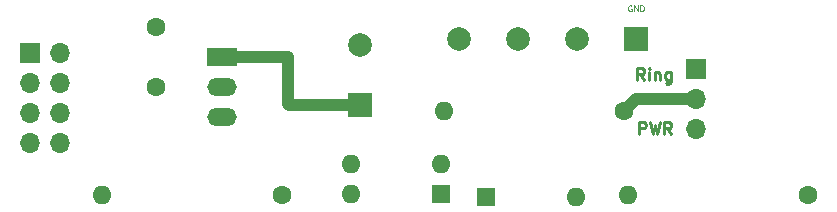
<source format=gbr>
%TF.GenerationSoftware,KiCad,Pcbnew,(5.1.10)-1*%
%TF.CreationDate,2021-06-05T01:35:01+02:00*%
%TF.ProjectId,smart-telefon,736d6172-742d-4746-956c-65666f6e2e6b,1.*%
%TF.SameCoordinates,Original*%
%TF.FileFunction,Copper,L1,Top*%
%TF.FilePolarity,Positive*%
%FSLAX46Y46*%
G04 Gerber Fmt 4.6, Leading zero omitted, Abs format (unit mm)*
G04 Created by KiCad (PCBNEW (5.1.10)-1) date 2021-06-05 01:35:01*
%MOMM*%
%LPD*%
G01*
G04 APERTURE LIST*
%TA.AperFunction,NonConductor*%
%ADD10C,0.100000*%
%TD*%
%TA.AperFunction,NonConductor*%
%ADD11C,0.250000*%
%TD*%
%TA.AperFunction,ComponentPad*%
%ADD12R,2.000000X2.000000*%
%TD*%
%TA.AperFunction,ComponentPad*%
%ADD13C,2.000000*%
%TD*%
%TA.AperFunction,ComponentPad*%
%ADD14C,1.600000*%
%TD*%
%TA.AperFunction,ComponentPad*%
%ADD15R,1.600000X1.600000*%
%TD*%
%TA.AperFunction,ComponentPad*%
%ADD16O,1.600000X1.600000*%
%TD*%
%TA.AperFunction,ComponentPad*%
%ADD17R,1.700000X1.700000*%
%TD*%
%TA.AperFunction,ComponentPad*%
%ADD18O,1.700000X1.700000*%
%TD*%
%TA.AperFunction,ComponentPad*%
%ADD19R,2.500000X1.500000*%
%TD*%
%TA.AperFunction,ComponentPad*%
%ADD20O,2.500000X1.500000*%
%TD*%
%TA.AperFunction,Conductor*%
%ADD21C,1.000000*%
%TD*%
G04 APERTURE END LIST*
D10*
X137287047Y-61218000D02*
X137239428Y-61194190D01*
X137168000Y-61194190D01*
X137096571Y-61218000D01*
X137048952Y-61265619D01*
X137025142Y-61313238D01*
X137001333Y-61408476D01*
X137001333Y-61479904D01*
X137025142Y-61575142D01*
X137048952Y-61622761D01*
X137096571Y-61670380D01*
X137168000Y-61694190D01*
X137215619Y-61694190D01*
X137287047Y-61670380D01*
X137310857Y-61646571D01*
X137310857Y-61479904D01*
X137215619Y-61479904D01*
X137525142Y-61694190D02*
X137525142Y-61194190D01*
X137810857Y-61694190D01*
X137810857Y-61194190D01*
X138048952Y-61694190D02*
X138048952Y-61194190D01*
X138168000Y-61194190D01*
X138239428Y-61218000D01*
X138287047Y-61265619D01*
X138310857Y-61313238D01*
X138334666Y-61408476D01*
X138334666Y-61479904D01*
X138310857Y-61575142D01*
X138287047Y-61622761D01*
X138239428Y-61670380D01*
X138168000Y-61694190D01*
X138048952Y-61694190D01*
D11*
X137930094Y-72080380D02*
X137930094Y-71080380D01*
X138311047Y-71080380D01*
X138406285Y-71128000D01*
X138453904Y-71175619D01*
X138501523Y-71270857D01*
X138501523Y-71413714D01*
X138453904Y-71508952D01*
X138406285Y-71556571D01*
X138311047Y-71604190D01*
X137930094Y-71604190D01*
X138834856Y-71080380D02*
X139072951Y-72080380D01*
X139263428Y-71366095D01*
X139453904Y-72080380D01*
X139691999Y-71080380D01*
X140644380Y-72080380D02*
X140311047Y-71604190D01*
X140072951Y-72080380D02*
X140072951Y-71080380D01*
X140453904Y-71080380D01*
X140549142Y-71128000D01*
X140596761Y-71175619D01*
X140644380Y-71270857D01*
X140644380Y-71413714D01*
X140596761Y-71508952D01*
X140549142Y-71556571D01*
X140453904Y-71604190D01*
X140072951Y-71604190D01*
X138358666Y-67508380D02*
X138025333Y-67032190D01*
X137787238Y-67508380D02*
X137787238Y-66508380D01*
X138168190Y-66508380D01*
X138263428Y-66556000D01*
X138311047Y-66603619D01*
X138358666Y-66698857D01*
X138358666Y-66841714D01*
X138311047Y-66936952D01*
X138263428Y-66984571D01*
X138168190Y-67032190D01*
X137787238Y-67032190D01*
X138787238Y-67508380D02*
X138787238Y-66841714D01*
X138787238Y-66508380D02*
X138739619Y-66556000D01*
X138787238Y-66603619D01*
X138834857Y-66556000D01*
X138787238Y-66508380D01*
X138787238Y-66603619D01*
X139263428Y-66841714D02*
X139263428Y-67508380D01*
X139263428Y-66936952D02*
X139311047Y-66889333D01*
X139406285Y-66841714D01*
X139549142Y-66841714D01*
X139644380Y-66889333D01*
X139692000Y-66984571D01*
X139692000Y-67508380D01*
X140596761Y-66841714D02*
X140596761Y-67651238D01*
X140549142Y-67746476D01*
X140501523Y-67794095D01*
X140406285Y-67841714D01*
X140263428Y-67841714D01*
X140168190Y-67794095D01*
X140596761Y-67460761D02*
X140501523Y-67508380D01*
X140311047Y-67508380D01*
X140215809Y-67460761D01*
X140168190Y-67413142D01*
X140120571Y-67317904D01*
X140120571Y-67032190D01*
X140168190Y-66936952D01*
X140215809Y-66889333D01*
X140311047Y-66841714D01*
X140501523Y-66841714D01*
X140596761Y-66889333D01*
D12*
%TO.P,C1,1*%
%TO.N,Net-(C1-Pad1)*%
X114300000Y-69596000D03*
D13*
%TO.P,C1,2*%
%TO.N,/GND*%
X114300000Y-64596000D03*
%TD*%
D14*
%TO.P,C2,1*%
%TO.N,/VCC*%
X97028000Y-68072000D03*
%TO.P,C2,2*%
%TO.N,/GND*%
X97028000Y-63072000D03*
%TD*%
D13*
%TO.P,D1,4*%
%TO.N,Net-(C1-Pad1)*%
X122668000Y-64008000D03*
%TO.P,D1,3*%
%TO.N,/GND*%
X127668000Y-64008000D03*
%TO.P,D1,2*%
%TO.N,/POWER*%
X132668000Y-64008000D03*
D12*
%TO.P,D1,1*%
%TO.N,/GND*%
X137668000Y-64008000D03*
%TD*%
D15*
%TO.P,D2,1*%
%TO.N,Net-(D2-Pad1)*%
X124968000Y-77466000D03*
D16*
%TO.P,D2,2*%
%TO.N,/GND*%
X132588000Y-77466000D03*
%TD*%
D17*
%TO.P,J1,1*%
%TO.N,/RING*%
X142748000Y-66548000D03*
D18*
%TO.P,J1,2*%
%TO.N,/GND*%
X142748000Y-69088000D03*
%TO.P,J1,3*%
%TO.N,/POWER*%
X142748000Y-71628000D03*
%TD*%
D17*
%TO.P,J2,1*%
%TO.N,/TX*%
X86360000Y-65273000D03*
D18*
%TO.P,J2,2*%
%TO.N,/GND*%
X88900000Y-65273000D03*
%TO.P,J2,3*%
%TO.N,/CH_PD*%
X86360000Y-67813000D03*
%TO.P,J2,4*%
%TO.N,/GPIO2*%
X88900000Y-67813000D03*
%TO.P,J2,5*%
%TO.N,/RST*%
X86360000Y-70353000D03*
%TO.P,J2,6*%
%TO.N,/GPIO0*%
X88900000Y-70353000D03*
%TO.P,J2,7*%
%TO.N,/VCC*%
X86360000Y-72893000D03*
%TO.P,J2,8*%
%TO.N,/RX*%
X88900000Y-72893000D03*
%TD*%
D14*
%TO.P,R1,1*%
%TO.N,/RING*%
X152248000Y-77216000D03*
D16*
%TO.P,R1,2*%
%TO.N,Net-(D2-Pad1)*%
X137008000Y-77216000D03*
%TD*%
%TO.P,R2,2*%
%TO.N,Net-(R2-Pad2)*%
X121412000Y-70104000D03*
D14*
%TO.P,R2,1*%
%TO.N,/GND*%
X136652000Y-70104000D03*
%TD*%
%TO.P,R3,1*%
%TO.N,Net-(R3-Pad1)*%
X107696000Y-77216000D03*
D16*
%TO.P,R3,2*%
%TO.N,/RST*%
X92456000Y-77216000D03*
%TD*%
D19*
%TO.P,U1,1*%
%TO.N,Net-(C1-Pad1)*%
X102616000Y-65532000D03*
D20*
%TO.P,U1,2*%
%TO.N,/GND*%
X102616000Y-68072000D03*
%TO.P,U1,3*%
%TO.N,/VCC*%
X102616000Y-70612000D03*
%TD*%
D15*
%TO.P,U2,1*%
%TO.N,Net-(D2-Pad1)*%
X121179000Y-77166000D03*
D16*
%TO.P,U2,3*%
%TO.N,/GND*%
X113559000Y-74626000D03*
%TO.P,U2,2*%
%TO.N,Net-(R2-Pad2)*%
X121179000Y-74626000D03*
%TO.P,U2,4*%
%TO.N,Net-(R3-Pad1)*%
X113559000Y-77166000D03*
%TD*%
D21*
%TO.N,Net-(C1-Pad1)*%
X102616000Y-65532000D02*
X108236000Y-65532000D01*
X112300000Y-69596000D02*
X114300000Y-69596000D01*
X108236000Y-65532000D02*
X108236000Y-69564000D01*
X108268000Y-69596000D02*
X112300000Y-69596000D01*
X108236000Y-69564000D02*
X108268000Y-69596000D01*
%TO.N,/GND*%
X136652000Y-70104000D02*
X137668000Y-69088000D01*
X137668000Y-69088000D02*
X142748000Y-69088000D01*
%TD*%
M02*

</source>
